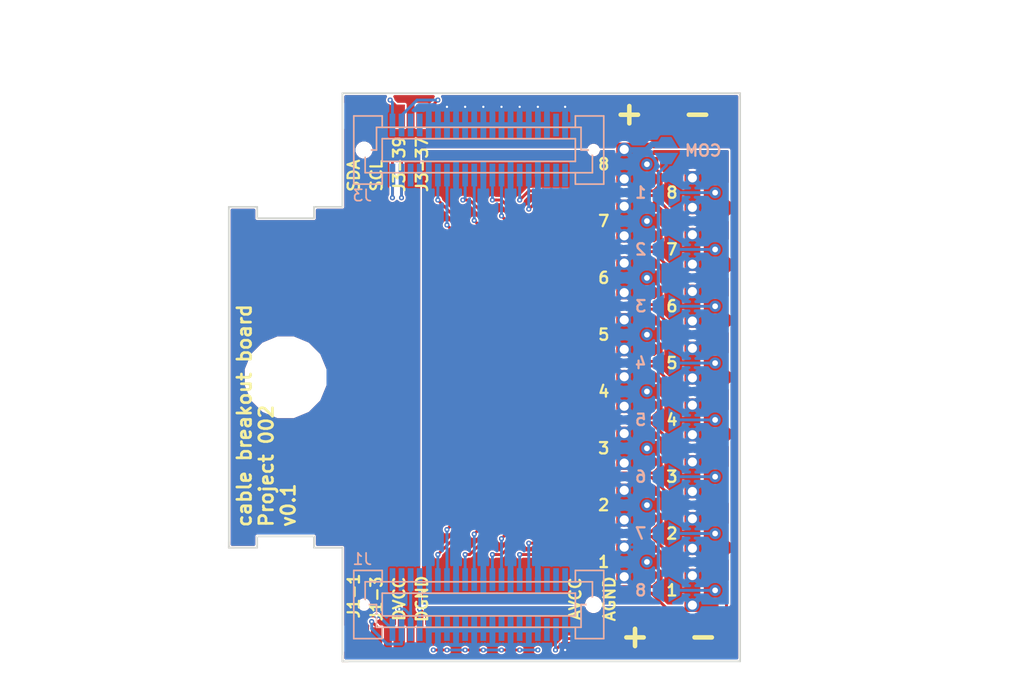
<source format=kicad_pcb>
(kicad_pcb (version 20171130) (host pcbnew "(5.0.1)")
  (layers (0 F.Cu signal) (31 B.Cu signal) (34 B.Paste user) (35 F.Paste user) (36 B.SilkS user) (37 F.SilkS user) (38 B.Mask user) (39 F.Mask user) (44 Edge.Cuts user))
  (net 0 "")
  (net 1 VDDA)
  (net 2 VSSA)
  (net 3 GNDD)
  (net 4 VDD)
  (net 5 /BIAS)
  (net 6 "Net-(J1-Pad35)")
  (net 7 "Net-(J1-Pad1)")
  (net 8 /SDA_PT)
  (net 9 "Net-(J1-Pad3)")
  (net 10 /SCL_PT)
  (net 11 "Net-(J3-Pad37)")
  (net 12 "Net-(J3-Pad39)")
  (net 13 "Net-(J3-Pad4)")
  (net 14 "Net-(J3-Pad6)")
  (net 15 "Net-(J1-Pad2)")
  (net 16 "Net-(J1-Pad4)")
  (net 17 "Net-(J1-Pad36)")
  (net 18 "Net-(J1-Pad38)")
  (net 19 "Net-(J3-Pad2)")
  (net 20 /4N)
  (net 21 /4P)
  (net 22 /3N)
  (net 23 /3P)
  (net 24 /2N)
  (net 25 /2P)
  (net 26 /1N)
  (net 27 /1P)
  (net 28 /8N)
  (net 29 /8P)
  (net 30 /7N)
  (net 31 /7P)
  (net 32 /6N)
  (net 33 /6P)
  (net 34 /5N)
  (net 35 /5P)
  (net 36 /NCOM)
  (net 37 "Net-(J1-Pad37)")
  (net 38 "Net-(J1-Pad40)")
  (net 39 "Net-(J3-Pad3)")
  (net 40 "Net-(J3-Pad33)")
  (net 41 "Net-(J3-Pad34)")
  (net 42 "Net-(J3-Pad35)")
  (net 43 "Net-(J3-Pad36)")
  (module Mounting_Holes:MountingHole_3.2mm_M3_ISO14580 (layer F.Cu) (at 115 115)
    (fp_text reference REF** hide)
    (fp_text value MountingHole_3.2mm_M3_ISO14580 hide)
    (pad "" np_thru_hole circle (at 0 0) (size 3.2 3.2) (drill 3.2) (layers *.Cu *.Mask) (clearance 2))
  )
  (module footprints:patch_pad (layer F.Cu) (at 123 138 90)
    (fp_text reference TP1 hide)
    (fp_text value TEST hide)
    (pad 1 smd rect (at 0 0 90) (size 2 1) (layers F.Cu F.Paste F.Mask) (net 9 "Net-(J1-Pad3)"))
  )
  (module footprints:patch_pad (layer F.Cu) (at 121 138 90)
    (fp_text reference TP2 hide)
    (fp_text value TEST hide)
    (pad 1 smd rect (at 0 0 90) (size 2 1) (layers F.Cu F.Paste F.Mask) (net 7 "Net-(J1-Pad1)"))
  )
  (module footprints:patch_pad (layer F.Cu) (at 127 138 90)
    (fp_text reference TP9 hide)
    (fp_text value TEST hide)
    (pad 1 smd rect (at 0 0 90) (size 2 1) (layers F.Cu F.Paste F.Mask) (net 3 GNDD))
  )
  (module footprints:patch_pad (layer F.Cu) (at 125 138 90)
    (fp_text reference TP10 hide)
    (fp_text value TEST hide)
    (pad 1 smd rect (at 0 0 90) (size 2 1) (layers F.Cu F.Paste F.Mask) (net 4 VDD))
  )
  (module footprints:bergstak_plug_2x20_male (layer B.Cu) (at 132 135)
    (fp_text reference J1 (at -10.25 -4) (layer B.SilkS) (effects (justify mirror)))
    (fp_text value "Bergstak 20P female 3.7mm" hide)
    (pad 1 smd rect (at -7.6 2.2 180) (size 0.5 2) (layers B.Cu B.Paste B.Mask) (net 7 "Net-(J1-Pad1)"))
    (pad 2 smd rect (at -7.594018 -2.2 180) (size 0.5 2) (layers B.Cu B.Paste B.Mask) (net 15 "Net-(J1-Pad2)"))
    (pad 3 smd rect (at -6.8 2.2 180) (size 0.5 2) (layers B.Cu B.Paste B.Mask) (net 9 "Net-(J1-Pad3)"))
    (pad 4 smd rect (at -6.8 -2.2 180) (size 0.5 2) (layers B.Cu B.Paste B.Mask) (net 16 "Net-(J1-Pad4)"))
    (pad 5 smd rect (at -6 2.2 180) (size 0.5 2) (layers B.Cu B.Paste B.Mask) (net 4 VDD))
    (pad 6 smd rect (at -5.994018 -2.2 180) (size 0.5 2) (layers B.Cu B.Paste B.Mask) (net 4 VDD))
    (pad 7 smd rect (at -5.2 2.2 180) (size 0.5 2) (layers B.Cu B.Paste B.Mask) (net 3 GNDD))
    (pad 8 smd rect (at -5.2 -2.2 180) (size 0.5 2) (layers B.Cu B.Paste B.Mask) (net 3 GNDD))
    (pad 9 smd rect (at -4.4 2.2 180) (size 0.5 2) (layers B.Cu B.Paste B.Mask) (net 2 VSSA))
    (pad 10 smd rect (at -4.394018 -2.2 180) (size 0.5 2) (layers B.Cu B.Paste B.Mask) (net 5 /BIAS))
    (pad 11 smd rect (at -3.6 2.2 180) (size 0.5 2) (layers B.Cu B.Paste B.Mask) (net 2 VSSA))
    (pad 12 smd rect (at -3.6 -2.2 180) (size 0.5 2) (layers B.Cu B.Paste B.Mask) (net 20 /4N))
    (pad 13 smd rect (at -2.8 2.2 180) (size 0.5 2) (layers B.Cu B.Paste B.Mask) (net 2 VSSA))
    (pad 14 smd rect (at -2.8 -2.2 180) (size 0.5 2) (layers B.Cu B.Paste B.Mask) (net 21 /4P))
    (pad 15 smd rect (at -2 2.2 180) (size 0.5 2) (layers B.Cu B.Paste B.Mask) (net 2 VSSA))
    (pad 16 smd rect (at -2 -2.2 180) (size 0.5 2) (layers B.Cu B.Paste B.Mask) (net 5 /BIAS))
    (pad 17 smd rect (at -1.2 2.2 180) (size 0.5 2) (layers B.Cu B.Paste B.Mask) (net 2 VSSA))
    (pad 18 smd rect (at -1.2 -2.2 180) (size 0.5 2) (layers B.Cu B.Paste B.Mask) (net 22 /3N))
    (pad 19 smd rect (at -0.4 2.2 180) (size 0.5 2) (layers B.Cu B.Paste B.Mask) (net 2 VSSA))
    (pad 20 smd rect (at -0.4 -2.2 180) (size 0.5 2) (layers B.Cu B.Paste B.Mask) (net 23 /3P))
    (pad 21 smd rect (at 0.4 2.2 180) (size 0.5 2) (layers B.Cu B.Paste B.Mask) (net 2 VSSA))
    (pad 22 smd rect (at 0.4 -2.2 180) (size 0.5 2) (layers B.Cu B.Paste B.Mask) (net 5 /BIAS))
    (pad 23 smd rect (at 1.2 2.2 180) (size 0.5 2) (layers B.Cu B.Paste B.Mask) (net 2 VSSA))
    (pad 24 smd rect (at 1.2 -2.2 180) (size 0.5 2) (layers B.Cu B.Paste B.Mask) (net 24 /2N))
    (pad 25 smd rect (at 2 2.2 180) (size 0.5 2) (layers B.Cu B.Paste B.Mask) (net 2 VSSA))
    (pad 26 smd rect (at 2 -2.2 180) (size 0.5 2) (layers B.Cu B.Paste B.Mask) (net 25 /2P))
    (pad 27 smd rect (at 2.8 2.2 180) (size 0.5 2) (layers B.Cu B.Paste B.Mask) (net 2 VSSA))
    (pad 28 smd rect (at 2.8 -2.2 180) (size 0.5 2) (layers B.Cu B.Paste B.Mask) (net 5 /BIAS))
    (pad 29 smd rect (at 3.6 2.2 180) (size 0.5 2) (layers B.Cu B.Paste B.Mask) (net 2 VSSA))
    (pad 30 smd rect (at 3.6 -2.2 180) (size 0.5 2) (layers B.Cu B.Paste B.Mask) (net 26 /1N))
    (pad 31 smd rect (at 4.4 2.2 180) (size 0.5 2) (layers B.Cu B.Paste B.Mask) (net 2 VSSA))
    (pad 32 smd rect (at 4.4 -2.2 180) (size 0.5 2) (layers B.Cu B.Paste B.Mask) (net 27 /1P))
    (pad 33 smd rect (at 5.2 2.2 180) (size 0.5 2) (layers B.Cu B.Paste B.Mask) (net 2 VSSA))
    (pad 34 smd rect (at 5.2 -2.2 180) (size 0.5 2) (layers B.Cu B.Paste B.Mask) (net 5 /BIAS))
    (pad 35 smd rect (at 6 2.2 180) (size 0.5 2) (layers B.Cu B.Paste B.Mask) (net 6 "Net-(J1-Pad35)"))
    (pad 36 smd rect (at 6 -2.2 180) (size 0.5 2) (layers B.Cu B.Paste B.Mask) (net 17 "Net-(J1-Pad36)"))
    (pad 37 smd rect (at 6.8 2.2 180) (size 0.5 2) (layers B.Cu B.Paste B.Mask) (net 37 "Net-(J1-Pad37)"))
    (pad 38 smd rect (at 6.8 -2.2 180) (size 0.5 2) (layers B.Cu B.Paste B.Mask) (net 18 "Net-(J1-Pad38)"))
    (pad 39 smd rect (at 7.6 2.2 180) (size 0.5 2) (layers B.Cu B.Paste B.Mask) (net 2 VSSA))
    (pad 40 smd rect (at 7.6 -2.2 180) (size 0.5 2) (layers B.Cu B.Paste B.Mask) (net 38 "Net-(J1-Pad40)"))
    (pad "" np_thru_hole circle (at 10.1 0) (size 1.2 1.2) (drill 1.2) (layers *.Cu *.Mask))
    (pad "" np_thru_hole circle (at -10.1 0) (size 0.8 0.8) (drill 0.8) (layers *.Cu *.Mask))
  )
  (module footprints:rg178_coax_solder_pad (layer F.Cu) (at 145 96.25 270)
    (fp_text reference J2 hide)
    (fp_text value Conn_Coaxial_Power hide)
    (pad 1 smd rect (at 0 -1.8 270) (size 1.3 2) (layers F.Cu F.Paste F.Mask) (net 29 /8P))
    (pad 2 smd rect (at 0 0.2) (size 1.4 2) (layers F.Cu F.Paste F.Mask) (net 5 /BIAS))
    (pad 2 thru_hole circle (at -1.3 0.2 270) (size 1.2 1.2) (drill 0.8) (layers *.Cu *.Mask) (net 5 /BIAS))
    (pad 2 smd rect (at 1.4 -0.6 90) (size 1 3) (layers F.Cu F.Paste F.Mask) (net 5 /BIAS))
    (pad 2 smd rect (at -1.4 -0.6 90) (size 1 3) (layers F.Cu F.Paste F.Mask) (net 5 /BIAS))
    (pad 2 thru_hole circle (at 1.3 0.2 270) (size 1.2 1.2) (drill 0.8) (layers *.Cu *.Mask) (net 5 /BIAS))
    (pad 1 thru_hole circle (at 0 -1.8 270) (size 1 1) (drill 0.5) (layers *.Cu *.Mask) (net 29 /8P))
  )
  (module footprints:bergstak_plug_2x20_male (layer B.Cu) (at 132 95 180)
    (fp_text reference J3 (at 10.25 -4 180) (layer B.SilkS) (effects (justify mirror)))
    (fp_text value Conn_02x20_Odd_Even hide)
    (pad 1 smd rect (at -7.6 2.2) (size 0.5 2) (layers B.Cu B.Paste B.Mask) (net 2 VSSA))
    (pad 2 smd rect (at -7.594018 -2.2) (size 0.5 2) (layers B.Cu B.Paste B.Mask) (net 19 "Net-(J3-Pad2)"))
    (pad 3 smd rect (at -6.8 2.2) (size 0.5 2) (layers B.Cu B.Paste B.Mask) (net 39 "Net-(J3-Pad3)"))
    (pad 4 smd rect (at -6.8 -2.2) (size 0.5 2) (layers B.Cu B.Paste B.Mask) (net 13 "Net-(J3-Pad4)"))
    (pad 5 smd rect (at -6 2.2) (size 0.5 2) (layers B.Cu B.Paste B.Mask) (net 2 VSSA))
    (pad 6 smd rect (at -5.994018 -2.2) (size 0.5 2) (layers B.Cu B.Paste B.Mask) (net 14 "Net-(J3-Pad6)"))
    (pad 7 smd rect (at -5.2 2.2) (size 0.5 2) (layers B.Cu B.Paste B.Mask) (net 2 VSSA))
    (pad 8 smd rect (at -5.2 -2.2) (size 0.5 2) (layers B.Cu B.Paste B.Mask) (net 5 /BIAS))
    (pad 9 smd rect (at -4.4 2.2) (size 0.5 2) (layers B.Cu B.Paste B.Mask) (net 2 VSSA))
    (pad 10 smd rect (at -4.394018 -2.2) (size 0.5 2) (layers B.Cu B.Paste B.Mask) (net 28 /8N))
    (pad 11 smd rect (at -3.6 2.2) (size 0.5 2) (layers B.Cu B.Paste B.Mask) (net 2 VSSA))
    (pad 12 smd rect (at -3.6 -2.2) (size 0.5 2) (layers B.Cu B.Paste B.Mask) (net 29 /8P))
    (pad 13 smd rect (at -2.8 2.2) (size 0.5 2) (layers B.Cu B.Paste B.Mask) (net 2 VSSA))
    (pad 14 smd rect (at -2.8 -2.2) (size 0.5 2) (layers B.Cu B.Paste B.Mask) (net 5 /BIAS))
    (pad 15 smd rect (at -2 2.2) (size 0.5 2) (layers B.Cu B.Paste B.Mask) (net 2 VSSA))
    (pad 16 smd rect (at -2 -2.2) (size 0.5 2) (layers B.Cu B.Paste B.Mask) (net 30 /7N))
    (pad 17 smd rect (at -1.2 2.2) (size 0.5 2) (layers B.Cu B.Paste B.Mask) (net 2 VSSA))
    (pad 18 smd rect (at -1.2 -2.2) (size 0.5 2) (layers B.Cu B.Paste B.Mask) (net 31 /7P))
    (pad 19 smd rect (at -0.4 2.2) (size 0.5 2) (layers B.Cu B.Paste B.Mask) (net 2 VSSA))
    (pad 20 smd rect (at -0.4 -2.2) (size 0.5 2) (layers B.Cu B.Paste B.Mask) (net 5 /BIAS))
    (pad 21 smd rect (at 0.4 2.2) (size 0.5 2) (layers B.Cu B.Paste B.Mask) (net 2 VSSA))
    (pad 22 smd rect (at 0.4 -2.2) (size 0.5 2) (layers B.Cu B.Paste B.Mask) (net 32 /6N))
    (pad 23 smd rect (at 1.2 2.2) (size 0.5 2) (layers B.Cu B.Paste B.Mask) (net 2 VSSA))
    (pad 24 smd rect (at 1.2 -2.2) (size 0.5 2) (layers B.Cu B.Paste B.Mask) (net 33 /6P))
    (pad 25 smd rect (at 2 2.2) (size 0.5 2) (layers B.Cu B.Paste B.Mask) (net 2 VSSA))
    (pad 26 smd rect (at 2 -2.2) (size 0.5 2) (layers B.Cu B.Paste B.Mask) (net 5 /BIAS))
    (pad 27 smd rect (at 2.8 2.2) (size 0.5 2) (layers B.Cu B.Paste B.Mask) (net 2 VSSA))
    (pad 28 smd rect (at 2.8 -2.2) (size 0.5 2) (layers B.Cu B.Paste B.Mask) (net 34 /5N))
    (pad 29 smd rect (at 3.6 2.2) (size 0.5 2) (layers B.Cu B.Paste B.Mask) (net 2 VSSA))
    (pad 30 smd rect (at 3.6 -2.2) (size 0.5 2) (layers B.Cu B.Paste B.Mask) (net 35 /5P))
    (pad 31 smd rect (at 4.4 2.2) (size 0.5 2) (layers B.Cu B.Paste B.Mask) (net 2 VSSA))
    (pad 32 smd rect (at 4.4 -2.2) (size 0.5 2) (layers B.Cu B.Paste B.Mask) (net 5 /BIAS))
    (pad 33 smd rect (at 5.2 2.2) (size 0.5 2) (layers B.Cu B.Paste B.Mask) (net 40 "Net-(J3-Pad33)"))
    (pad 34 smd rect (at 5.2 -2.2) (size 0.5 2) (layers B.Cu B.Paste B.Mask) (net 41 "Net-(J3-Pad34)"))
    (pad 35 smd rect (at 6 2.2) (size 0.5 2) (layers B.Cu B.Paste B.Mask) (net 42 "Net-(J3-Pad35)"))
    (pad 36 smd rect (at 6 -2.2) (size 0.5 2) (layers B.Cu B.Paste B.Mask) (net 43 "Net-(J3-Pad36)"))
    (pad 37 smd rect (at 6.8 2.2) (size 0.5 2) (layers B.Cu B.Paste B.Mask) (net 11 "Net-(J3-Pad37)"))
    (pad 38 smd rect (at 6.8 -2.2) (size 0.5 2) (layers B.Cu B.Paste B.Mask) (net 10 /SCL_PT))
    (pad 39 smd rect (at 7.6 2.2) (size 0.5 2) (layers B.Cu B.Paste B.Mask) (net 12 "Net-(J3-Pad39)"))
    (pad 40 smd rect (at 7.6 -2.2) (size 0.5 2) (layers B.Cu B.Paste B.Mask) (net 8 /SDA_PT))
    (pad "" np_thru_hole circle (at 10.1 0 180) (size 1.2 1.2) (drill 1.2) (layers *.Cu *.Mask))
    (pad "" np_thru_hole circle (at -10.1 0 180) (size 0.8 0.8) (drill 0.8) (layers *.Cu *.Mask))
  )
  (module footprints:rg178_coax_solder_pad (layer F.Cu) (at 151 98.75 270)
    (fp_text reference J4 hide)
    (fp_text value Conn_Coaxial_Power hide)
    (pad 1 smd rect (at 0 -1.8 270) (size 1.3 2) (layers F.Cu F.Paste F.Mask) (net 28 /8N))
    (pad 2 smd rect (at 0 0.2) (size 1.4 2) (layers F.Cu F.Paste F.Mask) (net 5 /BIAS))
    (pad 2 thru_hole circle (at -1.3 0.2 270) (size 1.2 1.2) (drill 0.8) (layers *.Cu *.Mask) (net 5 /BIAS))
    (pad 2 smd rect (at 1.4 -0.6 90) (size 1 3) (layers F.Cu F.Paste F.Mask) (net 5 /BIAS))
    (pad 2 smd rect (at -1.4 -0.6 90) (size 1 3) (layers F.Cu F.Paste F.Mask) (net 5 /BIAS))
    (pad 2 thru_hole circle (at 1.3 0.2 270) (size 1.2 1.2) (drill 0.8) (layers *.Cu *.Mask) (net 5 /BIAS))
    (pad 1 thru_hole circle (at 0 -1.8 270) (size 1 1) (drill 0.5) (layers *.Cu *.Mask) (net 28 /8N))
  )
  (module footprints:rg178_coax_solder_pad (layer F.Cu) (at 145 101.25 270)
    (fp_text reference J5 hide)
    (fp_text value Conn_Coaxial_Power hide)
    (pad 1 smd rect (at 0 -1.8 270) (size 1.3 2) (layers F.Cu F.Paste F.Mask) (net 31 /7P))
    (pad 2 smd rect (at 0 0.2) (size 1.4 2) (layers F.Cu F.Paste F.Mask) (net 5 /BIAS))
    (pad 2 thru_hole circle (at -1.3 0.2 270) (size 1.2 1.2) (drill 0.8) (layers *.Cu *.Mask) (net 5 /BIAS))
    (pad 2 smd rect (at 1.4 -0.6 90) (size 1 3) (layers F.Cu F.Paste F.Mask) (net 5 /BIAS))
    (pad 2 smd rect (at -1.4 -0.6 90) (size 1 3) (layers F.Cu F.Paste F.Mask) (net 5 /BIAS))
    (pad 2 thru_hole circle (at 1.3 0.2 270) (size 1.2 1.2) (drill 0.8) (layers *.Cu *.Mask) (net 5 /BIAS))
    (pad 1 thru_hole circle (at 0 -1.8 270) (size 1 1) (drill 0.5) (layers *.Cu *.Mask) (net 31 /7P))
  )
  (module footprints:rg178_coax_solder_pad (layer F.Cu) (at 151 103.75 270)
    (fp_text reference J6 hide)
    (fp_text value Conn_Coaxial_Power hide)
    (pad 1 smd rect (at 0 -1.8 270) (size 1.3 2) (layers F.Cu F.Paste F.Mask) (net 30 /7N))
    (pad 2 smd rect (at 0 0.2) (size 1.4 2) (layers F.Cu F.Paste F.Mask) (net 5 /BIAS))
    (pad 2 thru_hole circle (at -1.3 0.2 270) (size 1.2 1.2) (drill 0.8) (layers *.Cu *.Mask) (net 5 /BIAS))
    (pad 2 smd rect (at 1.4 -0.6 90) (size 1 3) (layers F.Cu F.Paste F.Mask) (net 5 /BIAS))
    (pad 2 smd rect (at -1.4 -0.6 90) (size 1 3) (layers F.Cu F.Paste F.Mask) (net 5 /BIAS))
    (pad 2 thru_hole circle (at 1.3 0.2 270) (size 1.2 1.2) (drill 0.8) (layers *.Cu *.Mask) (net 5 /BIAS))
    (pad 1 thru_hole circle (at 0 -1.8 270) (size 1 1) (drill 0.5) (layers *.Cu *.Mask) (net 30 /7N))
  )
  (module footprints:rg178_coax_solder_pad (layer F.Cu) (at 145 106.25 270)
    (fp_text reference J7 hide)
    (fp_text value Conn_Coaxial_Power hide)
    (pad 1 smd rect (at 0 -1.8 270) (size 1.3 2) (layers F.Cu F.Paste F.Mask) (net 33 /6P))
    (pad 2 smd rect (at 0 0.2) (size 1.4 2) (layers F.Cu F.Paste F.Mask) (net 5 /BIAS))
    (pad 2 thru_hole circle (at -1.3 0.2 270) (size 1.2 1.2) (drill 0.8) (layers *.Cu *.Mask) (net 5 /BIAS))
    (pad 2 smd rect (at 1.4 -0.6 90) (size 1 3) (layers F.Cu F.Paste F.Mask) (net 5 /BIAS))
    (pad 2 smd rect (at -1.4 -0.6 90) (size 1 3) (layers F.Cu F.Paste F.Mask) (net 5 /BIAS))
    (pad 2 thru_hole circle (at 1.3 0.2 270) (size 1.2 1.2) (drill 0.8) (layers *.Cu *.Mask) (net 5 /BIAS))
    (pad 1 thru_hole circle (at 0 -1.8 270) (size 1 1) (drill 0.5) (layers *.Cu *.Mask) (net 33 /6P))
  )
  (module footprints:rg178_coax_solder_pad (layer F.Cu) (at 151 108.75 270)
    (fp_text reference J8 hide)
    (fp_text value Conn_Coaxial_Power hide)
    (pad 1 smd rect (at 0 -1.8 270) (size 1.3 2) (layers F.Cu F.Paste F.Mask) (net 32 /6N))
    (pad 2 smd rect (at 0 0.2) (size 1.4 2) (layers F.Cu F.Paste F.Mask) (net 5 /BIAS))
    (pad 2 thru_hole circle (at -1.3 0.2 270) (size 1.2 1.2) (drill 0.8) (layers *.Cu *.Mask) (net 5 /BIAS))
    (pad 2 smd rect (at 1.4 -0.6 90) (size 1 3) (layers F.Cu F.Paste F.Mask) (net 5 /BIAS))
    (pad 2 smd rect (at -1.4 -0.6 90) (size 1 3) (layers F.Cu F.Paste F.Mask) (net 5 /BIAS))
    (pad 2 thru_hole circle (at 1.3 0.2 270) (size 1.2 1.2) (drill 0.8) (layers *.Cu *.Mask) (net 5 /BIAS))
    (pad 1 thru_hole circle (at 0 -1.8 270) (size 1 1) (drill 0.5) (layers *.Cu *.Mask) (net 32 /6N))
  )
  (module footprints:rg178_coax_solder_pad (layer F.Cu) (at 145 111.25 270)
    (fp_text reference J9 hide)
    (fp_text value Conn_Coaxial_Power hide)
    (pad 1 smd rect (at 0 -1.8 270) (size 1.3 2) (layers F.Cu F.Paste F.Mask) (net 35 /5P))
    (pad 2 smd rect (at 0 0.2) (size 1.4 2) (layers F.Cu F.Paste F.Mask) (net 5 /BIAS))
    (pad 2 thru_hole circle (at -1.3 0.2 270) (size 1.2 1.2) (drill 0.8) (layers *.Cu *.Mask) (net 5 /BIAS))
    (pad 2 smd rect (at 1.4 -0.6 90) (size 1 3) (layers F.Cu F.Paste F.Mask) (net 5 /BIAS))
    (pad 2 smd rect (at -1.4 -0.6 90) (size 1 3) (layers F.Cu F.Paste F.Mask) (net 5 /BIAS))
    (pad 2 thru_hole circle (at 1.3 0.2 270) (size 1.2 1.2) (drill 0.8) (layers *.Cu *.Mask) (net 5 /BIAS))
    (pad 1 thru_hole circle (at 0 -1.8 270) (size 1 1) (drill 0.5) (layers *.Cu *.Mask) (net 35 /5P))
  )
  (module footprints:rg178_coax_solder_pad (layer F.Cu) (at 151 113.75 270)
    (fp_text reference J10 hide)
    (fp_text value Conn_Coaxial_Power hide)
    (pad 1 smd rect (at 0 -1.8 270) (size 1.3 2) (layers F.Cu F.Paste F.Mask) (net 34 /5N))
    (pad 2 smd rect (at 0 0.2) (size 1.4 2) (layers F.Cu F.Paste F.Mask) (net 5 /BIAS))
    (pad 2 thru_hole circle (at -1.3 0.2 270) (size 1.2 1.2) (drill 0.8) (layers *.Cu *.Mask) (net 5 /BIAS))
    (pad 2 smd rect (at 1.4 -0.6 90) (size 1 3) (layers F.Cu F.Paste F.Mask) (net 5 /BIAS))
    (pad 2 smd rect (at -1.4 -0.6 90) (size 1 3) (layers F.Cu F.Paste F.Mask) (net 5 /BIAS))
    (pad 2 thru_hole circle (at 1.3 0.2 270) (size 1.2 1.2) (drill 0.8) (layers *.Cu *.Mask) (net 5 /BIAS))
    (pad 1 thru_hole circle (at 0 -1.8 270) (size 1 1) (drill 0.5) (layers *.Cu *.Mask) (net 34 /5N))
  )
  (module footprints:rg178_coax_solder_pad (layer F.Cu) (at 145 116.25 270)
    (fp_text reference J11 hide)
    (fp_text value Conn_Coaxial_Power hide)
    (pad 1 smd rect (at 0 -1.8 270) (size 1.3 2) (layers F.Cu F.Paste F.Mask) (net 21 /4P))
    (pad 2 smd rect (at 0 0.2) (size 1.4 2) (layers F.Cu F.Paste F.Mask) (net 5 /BIAS))
    (pad 2 thru_hole circle (at -1.3 0.2 270) (size 1.2 1.2) (drill 0.8) (layers *.Cu *.Mask) (net 5 /BIAS))
    (pad 2 smd rect (at 1.4 -0.6 90) (size 1 3) (layers F.Cu F.Paste F.Mask) (net 5 /BIAS))
    (pad 2 smd rect (at -1.4 -0.6 90) (size 1 3) (layers F.Cu F.Paste F.Mask) (net 5 /BIAS))
    (pad 2 thru_hole circle (at 1.3 0.2 270) (size 1.2 1.2) (drill 0.8) (layers *.Cu *.Mask) (net 5 /BIAS))
    (pad 1 thru_hole circle (at 0 -1.8 270) (size 1 1) (drill 0.5) (layers *.Cu *.Mask) (net 21 /4P))
  )
  (module footprints:rg178_coax_solder_pad (layer F.Cu) (at 151 118.75 270)
    (fp_text reference J12 hide)
    (fp_text value Conn_Coaxial_Power hide)
    (pad 1 smd rect (at 0 -1.8 270) (size 1.3 2) (layers F.Cu F.Paste F.Mask) (net 20 /4N))
    (pad 2 smd rect (at 0 0.2) (size 1.4 2) (layers F.Cu F.Paste F.Mask) (net 5 /BIAS))
    (pad 2 thru_hole circle (at -1.3 0.2 270) (size 1.2 1.2) (drill 0.8) (layers *.Cu *.Mask) (net 5 /BIAS))
    (pad 2 smd rect (at 1.4 -0.6 90) (size 1 3) (layers F.Cu F.Paste F.Mask) (net 5 /BIAS))
    (pad 2 smd rect (at -1.4 -0.6 90) (size 1 3) (layers F.Cu F.Paste F.Mask) (net 5 /BIAS))
    (pad 2 thru_hole circle (at 1.3 0.2 270) (size 1.2 1.2) (drill 0.8) (layers *.Cu *.Mask) (net 5 /BIAS))
    (pad 1 thru_hole circle (at 0 -1.8 270) (size 1 1) (drill 0.5) (layers *.Cu *.Mask) (net 20 /4N))
  )
  (module footprints:rg178_coax_solder_pad (layer F.Cu) (at 145 121.25 270)
    (fp_text reference J13 hide)
    (fp_text value Conn_Coaxial_Power hide)
    (pad 1 smd rect (at 0 -1.8 270) (size 1.3 2) (layers F.Cu F.Paste F.Mask) (net 23 /3P))
    (pad 2 smd rect (at 0 0.2) (size 1.4 2) (layers F.Cu F.Paste F.Mask) (net 5 /BIAS))
    (pad 2 thru_hole circle (at -1.3 0.2 270) (size 1.2 1.2) (drill 0.8) (layers *.Cu *.Mask) (net 5 /BIAS))
    (pad 2 smd rect (at 1.4 -0.6 90) (size 1 3) (layers F.Cu F.Paste F.Mask) (net 5 /BIAS))
    (pad 2 smd rect (at -1.4 -0.6 90) (size 1 3) (layers F.Cu F.Paste F.Mask) (net 5 /BIAS))
    (pad 2 thru_hole circle (at 1.3 0.2 270) (size 1.2 1.2) (drill 0.8) (layers *.Cu *.Mask) (net 5 /BIAS))
    (pad 1 thru_hole circle (at 0 -1.8 270) (size 1 1) (drill 0.5) (layers *.Cu *.Mask) (net 23 /3P))
  )
  (module footprints:rg178_coax_solder_pad (layer F.Cu) (at 151 123.75 270)
    (fp_text reference J14 hide)
    (fp_text value Conn_Coaxial_Power hide)
    (pad 1 smd rect (at 0 -1.8 270) (size 1.3 2) (layers F.Cu F.Paste F.Mask) (net 22 /3N))
    (pad 2 smd rect (at 0 0.2) (size 1.4 2) (layers F.Cu F.Paste F.Mask) (net 5 /BIAS))
    (pad 2 thru_hole circle (at -1.3 0.2 270) (size 1.2 1.2) (drill 0.8) (layers *.Cu *.Mask) (net 5 /BIAS))
    (pad 2 smd rect (at 1.4 -0.6 90) (size 1 3) (layers F.Cu F.Paste F.Mask) (net 5 /BIAS))
    (pad 2 smd rect (at -1.4 -0.6 90) (size 1 3) (layers F.Cu F.Paste F.Mask) (net 5 /BIAS))
    (pad 2 thru_hole circle (at 1.3 0.2 270) (size 1.2 1.2) (drill 0.8) (layers *.Cu *.Mask) (net 5 /BIAS))
    (pad 1 thru_hole circle (at 0 -1.8 270) (size 1 1) (drill 0.5) (layers *.Cu *.Mask) (net 22 /3N))
  )
  (module footprints:rg178_coax_solder_pad (layer F.Cu) (at 145 126.25 270)
    (fp_text reference J15 hide)
    (fp_text value Conn_Coaxial_Power hide)
    (pad 1 smd rect (at 0 -1.8 270) (size 1.3 2) (layers F.Cu F.Paste F.Mask) (net 25 /2P))
    (pad 2 smd rect (at 0 0.2) (size 1.4 2) (layers F.Cu F.Paste F.Mask) (net 5 /BIAS))
    (pad 2 thru_hole circle (at -1.3 0.2 270) (size 1.2 1.2) (drill 0.8) (layers *.Cu *.Mask) (net 5 /BIAS))
    (pad 2 smd rect (at 1.4 -0.6 90) (size 1 3) (layers F.Cu F.Paste F.Mask) (net 5 /BIAS))
    (pad 2 smd rect (at -1.4 -0.6 90) (size 1 3) (layers F.Cu F.Paste F.Mask) (net 5 /BIAS))
    (pad 2 thru_hole circle (at 1.3 0.2 270) (size 1.2 1.2) (drill 0.8) (layers *.Cu *.Mask) (net 5 /BIAS))
    (pad 1 thru_hole circle (at 0 -1.8 270) (size 1 1) (drill 0.5) (layers *.Cu *.Mask) (net 25 /2P))
  )
  (module footprints:rg178_coax_solder_pad (layer F.Cu) (at 151 128.75 270)
    (fp_text reference J16 hide)
    (fp_text value Conn_Coaxial_Power hide)
    (pad 1 smd rect (at 0 -1.8 270) (size 1.3 2) (layers F.Cu F.Paste F.Mask) (net 24 /2N))
    (pad 2 smd rect (at 0 0.2) (size 1.4 2) (layers F.Cu F.Paste F.Mask) (net 5 /BIAS))
    (pad 2 thru_hole circle (at -1.3 0.2 270) (size 1.2 1.2) (drill 0.8) (layers *.Cu *.Mask) (net 5 /BIAS))
    (pad 2 smd rect (at 1.4 -0.6 90) (size 1 3) (layers F.Cu F.Paste F.Mask) (net 5 /BIAS))
    (pad 2 smd rect (at -1.4 -0.6 90) (size 1 3) (layers F.Cu F.Paste F.Mask) (net 5 /BIAS))
    (pad 2 thru_hole circle (at 1.3 0.2 270) (size 1.2 1.2) (drill 0.8) (layers *.Cu *.Mask) (net 5 /BIAS))
    (pad 1 thru_hole circle (at 0 -1.8 270) (size 1 1) (drill 0.5) (layers *.Cu *.Mask) (net 24 /2N))
  )
  (module footprints:rg178_coax_solder_pad (layer F.Cu) (at 145 131.25 270)
    (fp_text reference J17 hide)
    (fp_text value Conn_Coaxial_Power hide)
    (pad 1 smd rect (at 0 -1.8 270) (size 1.3 2) (layers F.Cu F.Paste F.Mask) (net 27 /1P))
    (pad 2 smd rect (at 0 0.2) (size 1.4 2) (layers F.Cu F.Paste F.Mask) (net 5 /BIAS))
    (pad 2 thru_hole circle (at -1.3 0.2 270) (size 1.2 1.2) (drill 0.8) (layers *.Cu *.Mask) (net 5 /BIAS))
    (pad 2 smd rect (at 1.4 -0.6 90) (size 1 3) (layers F.Cu F.Paste F.Mask) (net 5 /BIAS))
    (pad 2 smd rect (at -1.4 -0.6 90) (size 1 3) (layers F.Cu F.Paste F.Mask) (net 5 /BIAS))
    (pad 2 thru_hole circle (at 1.3 0.2 270) (size 1.2 1.2) (drill 0.8) (layers *.Cu *.Mask) (net 5 /BIAS))
    (pad 1 thru_hole circle (at 0 -1.8 270) (size 1 1) (drill 0.5) (layers *.Cu *.Mask) (net 27 /1P))
  )
  (module footprints:rg178_coax_solder_pad (layer F.Cu) (at 151 133.75 270)
    (fp_text reference J18 hide)
    (fp_text value Conn_Coaxial_Power hide)
    (pad 1 smd rect (at 0 -1.8 270) (size 1.3 2) (layers F.Cu F.Paste F.Mask) (net 26 /1N))
    (pad 2 smd rect (at 0 0.2) (size 1.4 2) (layers F.Cu F.Paste F.Mask) (net 5 /BIAS))
    (pad 2 thru_hole circle (at -1.3 0.2 270) (size 1.2 1.2) (drill 0.8) (layers *.Cu *.Mask) (net 5 /BIAS))
    (pad 2 smd rect (at 1.4 -0.6 90) (size 1 3) (layers F.Cu F.Paste F.Mask) (net 5 /BIAS))
    (pad 2 smd rect (at -1.4 -0.6 90) (size 1 3) (layers F.Cu F.Paste F.Mask) (net 5 /BIAS))
    (pad 2 thru_hole circle (at 1.3 0.2 270) (size 1.2 1.2) (drill 0.8) (layers *.Cu *.Mask) (net 5 /BIAS))
    (pad 1 thru_hole circle (at 0 -1.8 270) (size 1 1) (drill 0.5) (layers *.Cu *.Mask) (net 26 /1N))
  )
  (module footprints:solder_jumper_2pin (layer B.Cu) (at 148.5 99 180)
    (fp_text reference JP1 hide)
    (fp_text value Jumper_NC_Small hide)
    (pad 1 smd trapezoid (at -0.7 0 90) (size 1.5 1) (rect_delta 0 -0.6) (layers B.Cu B.Paste B.Mask) (net 28 /8N))
    (pad 2 smd trapezoid (at 0.7 0 270) (size 1.5 1) (rect_delta 0 -0.6) (layers B.Cu B.Paste B.Mask) (net 36 /NCOM))
  )
  (module footprints:solder_jumper_2pin (layer B.Cu) (at 148.5 103.75 180)
    (fp_text reference JP2 hide)
    (fp_text value Jumper_NC_Small hide)
    (pad 1 smd trapezoid (at -0.7 0 90) (size 1.5 1) (rect_delta 0 -0.6) (layers B.Cu B.Paste B.Mask) (net 30 /7N))
    (pad 2 smd trapezoid (at 0.7 0 270) (size 1.5 1) (rect_delta 0 -0.6) (layers B.Cu B.Paste B.Mask) (net 36 /NCOM))
  )
  (module footprints:solder_jumper_2pin (layer B.Cu) (at 148.5 108.75 180)
    (fp_text reference JP3 hide)
    (fp_text value Jumper_NC_Small hide)
    (pad 1 smd trapezoid (at -0.7 0 90) (size 1.5 1) (rect_delta 0 -0.6) (layers B.Cu B.Paste B.Mask) (net 32 /6N))
    (pad 2 smd trapezoid (at 0.7 0 270) (size 1.5 1) (rect_delta 0 -0.6) (layers B.Cu B.Paste B.Mask) (net 36 /NCOM))
  )
  (module footprints:solder_jumper_2pin (layer B.Cu) (at 148.5 113.75 180)
    (fp_text reference JP4 hide)
    (fp_text value Jumper_NC_Small hide)
    (pad 1 smd trapezoid (at -0.7 0 90) (size 1.5 1) (rect_delta 0 -0.6) (layers B.Cu B.Paste B.Mask) (net 34 /5N))
    (pad 2 smd trapezoid (at 0.7 0 270) (size 1.5 1) (rect_delta 0 -0.6) (layers B.Cu B.Paste B.Mask) (net 36 /NCOM))
  )
  (module footprints:solder_jumper_2pin (layer B.Cu) (at 148.5 95.05 90)
    (fp_text reference JP5 hide)
    (fp_text value Jumper_NC_Small hide)
    (pad 1 smd trapezoid (at -0.7 0) (size 1.5 1) (rect_delta 0 -0.6) (layers B.Cu B.Paste B.Mask) (net 36 /NCOM))
    (pad 2 smd trapezoid (at 0.7 0 180) (size 1.5 1) (rect_delta 0 -0.6) (layers B.Cu B.Paste B.Mask) (net 5 /BIAS))
  )
  (module footprints:solder_jumper_2pin (layer B.Cu) (at 148.5 133.75 180)
    (fp_text reference JP6 hide)
    (fp_text value Jumper_NC_Small hide)
    (pad 1 smd trapezoid (at -0.7 0 90) (size 1.5 1) (rect_delta 0 -0.6) (layers B.Cu B.Paste B.Mask) (net 26 /1N))
    (pad 2 smd trapezoid (at 0.7 0 270) (size 1.5 1) (rect_delta 0 -0.6) (layers B.Cu B.Paste B.Mask) (net 36 /NCOM))
  )
  (module footprints:solder_jumper_2pin (layer B.Cu) (at 148.5 128.75 180)
    (fp_text reference JP7 hide)
    (fp_text value Jumper_NC_Small hide)
    (pad 1 smd trapezoid (at -0.7 0 90) (size 1.5 1) (rect_delta 0 -0.6) (layers B.Cu B.Paste B.Mask) (net 24 /2N))
    (pad 2 smd trapezoid (at 0.7 0 270) (size 1.5 1) (rect_delta 0 -0.6) (layers B.Cu B.Paste B.Mask) (net 36 /NCOM))
  )
  (module footprints:solder_jumper_2pin (layer B.Cu) (at 148.5 123.75 180)
    (fp_text reference JP8 hide)
    (fp_text value Jumper_NC_Small hide)
    (pad 1 smd trapezoid (at -0.7 0 90) (size 1.5 1) (rect_delta 0 -0.6) (layers B.Cu B.Paste B.Mask) (net 22 /3N))
    (pad 2 smd trapezoid (at 0.7 0 270) (size 1.5 1) (rect_delta 0 -0.6) (layers B.Cu B.Paste B.Mask) (net 36 /NCOM))
  )
  (module footprints:solder_jumper_2pin (layer B.Cu) (at 148.5 118.75 180)
    (fp_text reference JP9 hide)
    (fp_text value Jumper_NC_Small hide)
    (pad 1 smd trapezoid (at -0.7 0 90) (size 1.5 1) (rect_delta 0 -0.6) (layers B.Cu B.Paste B.Mask) (net 20 /4N))
    (pad 2 smd trapezoid (at 0.7 0 270) (size 1.5 1) (rect_delta 0 -0.6) (layers B.Cu B.Paste B.Mask) (net 36 /NCOM))
  )
  (module footprints:patch_pad (layer F.Cu) (at 125 92 90)
    (fp_text reference TP3 hide)
    (fp_text value TEST hide)
    (pad 1 smd rect (at 0 0 90) (size 2 1) (layers F.Cu F.Paste F.Mask) (net 12 "Net-(J3-Pad39)"))
  )
  (module footprints:patch_pad (layer F.Cu) (at 127 92 90)
    (fp_text reference TP4 hide)
    (fp_text value TEST hide)
    (pad 1 smd rect (at 0 0 90) (size 2 1) (layers F.Cu F.Paste F.Mask) (net 11 "Net-(J3-Pad37)"))
  )
  (module footprints:patch_pad (layer F.Cu) (at 121 92 90)
    (fp_text reference TP5 hide)
    (fp_text value TEST hide)
    (pad 1 smd rect (at 0 0 90) (size 2 1) (layers F.Cu F.Paste F.Mask) (net 8 /SDA_PT))
  )
  (module footprints:patch_pad (layer F.Cu) (at 123 92 90)
    (fp_text reference TP6 hide)
    (fp_text value TEST hide)
    (pad 1 smd rect (at 0 0 90) (size 2 1) (layers F.Cu F.Paste F.Mask) (net 10 /SCL_PT))
  )
  (module footprints:patch_pad (layer F.Cu) (at 141 138 90)
    (fp_text reference TP7 hide)
    (fp_text value TEST hide)
    (pad 1 smd rect (at 0 0 90) (size 2 1) (layers F.Cu F.Paste F.Mask) (net 37 "Net-(J1-Pad37)"))
  )
  (module footprints:patch_pad (layer F.Cu) (at 143 138 90)
    (fp_text reference TP8 hide)
    (fp_text value TEST hide)
    (pad 1 smd rect (at 0 0 90) (size 2 1) (layers F.Cu F.Paste F.Mask) (net 2 VSSA))
  )
  (gr_text "cable breakout board\nProject 002\nv0.1" (at 113.3 128.3 90) (layer F.SilkS) (effects (font (size 1.2 1.2) (thickness 0.24)) (justify left)))
  (gr_text COM (at 151.75 95.05) (layer B.SilkS) (effects (font (size 1 1) (thickness 0.2)) (justify mirror)))
  (gr_text 8 (at 146.25 133.748466) (layer B.SilkS) (effects (font (size 1 1) (thickness 0.2)) (justify mirror)))
  (gr_text 7 (at 146.25 128.748466) (layer B.SilkS) (effects (font (size 1 1) (thickness 0.2)) (justify mirror)))
  (gr_text 6 (at 146.25 123.748466) (layer B.SilkS) (effects (font (size 1 1) (thickness 0.2)) (justify mirror)))
  (gr_text 5 (at 146.25 118.748466) (layer B.SilkS) (effects (font (size 1 1) (thickness 0.2)) (justify mirror)))
  (gr_text 4 (at 146.25 113.748466) (layer B.SilkS) (effects (font (size 1 1) (thickness 0.2)) (justify mirror)))
  (gr_text 3 (at 146.25 108.748466) (layer B.SilkS) (effects (font (size 1 1) (thickness 0.2)) (justify mirror)))
  (gr_text 2 (at 146.25 103.748466) (layer B.SilkS) (effects (font (size 1 1) (thickness 0.2)) (justify mirror)))
  (gr_text 1 (at 146.25 98.748466) (layer B.SilkS) (effects (font (size 1 1) (thickness 0.2)) (justify mirror)))
  (gr_text + (at 145.25 91.75) (layer F.SilkS) (effects (font (size 2 2) (thickness 0.4))))
  (gr_text - (at 151.25 91.75) (layer F.SilkS) (effects (font (size 2 2) (thickness 0.4))))
  (gr_text - (at 151.75 137.75) (layer F.SilkS) (effects (font (size 2 2) (thickness 0.4))))
  (gr_text + (at 145.75 137.75) (layer F.SilkS) (effects (font (size 2 2) (thickness 0.4))))
  (gr_text 8 (at 143 96.25) (layer F.SilkS) (effects (font (size 1 1) (thickness 0.2))))
  (gr_text 8 (at 149 98.75) (layer F.SilkS) (effects (font (size 1 1) (thickness 0.2))))
  (gr_text 7 (at 149 103.75) (layer F.SilkS) (effects (font (size 1 1) (thickness 0.2))))
  (gr_text 7 (at 143 101.25) (layer F.SilkS) (effects (font (size 1 1) (thickness 0.2))))
  (gr_text 6 (at 143 106.25) (layer F.SilkS) (effects (font (size 1 1) (thickness 0.2))))
  (gr_text 5 (at 143 111.25) (layer F.SilkS) (effects (font (size 1 1) (thickness 0.2))))
  (gr_text 6 (at 149 108.75) (layer F.SilkS) (effects (font (size 1 1) (thickness 0.2))))
  (gr_text 5 (at 149 113.75) (layer F.SilkS) (effects (font (size 1 1) (thickness 0.2))))
  (gr_text 4 (at 143 116.25) (layer F.SilkS) (effects (font (size 1 1) (thickness 0.2))))
  (gr_text 4 (at 149 118.75) (layer F.SilkS) (effects (font (size 1 1) (thickness 0.2))))
  (gr_text 3 (at 149 123.75) (layer F.SilkS) (effects (font (size 1 1) (thickness 0.2))))
  (gr_text 3 (at 143 121.25) (layer F.SilkS) (effects (font (size 1 1) (thickness 0.2))))
  (gr_text 2 (at 143 126.25) (layer F.SilkS) (effects (font (size 1 1) (thickness 0.2))))
  (gr_text 2 (at 149 128.75) (layer F.SilkS) (effects (font (size 1 1) (thickness 0.2))))
  (gr_text 1 (at 149 133.75) (layer F.SilkS) (effects (font (size 1 1) (thickness 0.2))))
  (gr_text 1 (at 143 131.25) (layer F.SilkS) (effects (font (size 1 1) (thickness 0.2))))
  (gr_text AGND (at 143.5 134.5 90) (layer F.SilkS) (effects (font (size 1 1) (thickness 0.2))))
  (gr_text AVCC (at 140.5 134.5 90) (layer F.SilkS) (effects (font (size 1 1) (thickness 0.2))))
  (gr_text J1-1 (at 121 134.25 90) (layer F.SilkS) (effects (font (size 1 1) (thickness 0.2))))
  (gr_text J1-3 (at 123 134.5 90) (layer F.SilkS) (effects (font (size 1 1) (thickness 0.2))))
  (gr_text DGND (at 127 134.5 90) (layer F.SilkS) (effects (font (size 1 1) (thickness 0.2))))
  (gr_text DVCC (at 125 134.5 90) (layer F.SilkS) (effects (font (size 1 1) (thickness 0.2))))
  (gr_text J3-37 (at 127 96.25 90) (layer F.SilkS) (effects (font (size 1 1) (thickness 0.2))))
  (gr_text J3-39 (at 125 96.25 90) (layer F.SilkS) (effects (font (size 1 1) (thickness 0.2))))
  (gr_text SCL (at 123 97.25 90) (layer F.SilkS) (effects (font (size 1 1) (thickness 0.2))))
  (gr_text SDA (at 121 97.25 90) (layer F.SilkS) (effects (font (size 1 1) (thickness 0.2))))
  (gr_line (start 117.5 130) (end 120 130) (layer Edge.Cuts) (width 0.15))
  (gr_line (start 117.5 129) (end 117.5 130) (layer Edge.Cuts) (width 0.15))
  (gr_line (start 112.5 129) (end 117.5 129) (layer Edge.Cuts) (width 0.15))
  (gr_line (start 112.5 130) (end 112.5 129) (layer Edge.Cuts) (width 0.15))
  (gr_line (start 110 130) (end 112.5 130) (layer Edge.Cuts) (width 0.15))
  (gr_line (start 117.5 100) (end 120 100) (layer Edge.Cuts) (width 0.15))
  (gr_line (start 117.5 101) (end 117.5 100) (layer Edge.Cuts) (width 0.15))
  (gr_line (start 112.5 101) (end 117.5 101) (layer Edge.Cuts) (width 0.15))
  (gr_line (start 112.5 100) (end 112.5 101) (layer Edge.Cuts) (width 0.15))
  (gr_line (start 110 100) (end 112.5 100) (layer Edge.Cuts) (width 0.15))
  (gr_line (start 110 130) (end 110.5 130) (layer B.SilkS) (width 0.15))
  (gr_line (start 110 129.5) (end 110 130) (layer B.SilkS) (width 0.15))
  (gr_line (start 120 140) (end 120.5 140) (layer B.SilkS) (width 0.15))
  (gr_line (start 120 139.5) (end 120 140) (layer B.SilkS) (width 0.15))
  (gr_line (start 155 90) (end 155 90.5) (layer B.SilkS) (width 0.15))
  (gr_line (start 154.5 90) (end 155 90) (layer B.SilkS) (width 0.15))
  (gr_line (start 120 130) (end 120 140) (layer Edge.Cuts) (width 0.15))
  (gr_line (start 120 90) (end 120 100) (layer Edge.Cuts) (width 0.15))
  (gr_line (start 155 140) (end 155 90) (layer Edge.Cuts) (width 0.15))
  (gr_line (start 120 140) (end 155 140) (layer Edge.Cuts) (width 0.15))
  (gr_line (start 155 90) (end 120 90) (layer Edge.Cuts) (width 0.15))
  (gr_line (start 110 130) (end 110 100) (layer Edge.Cuts) (width 0.15))
  (segment (start 129.2 139) (end 128 139) (width 0.254) (layer F.Cu) (net 0))
  (via (at 128 139) (size 0.45) (drill 0.2) (layers F.Cu B.Cu) (net 0))
  (segment (start 130.8 139) (end 129.2 139) (width 0.254) (layer B.Cu) (net 0))
  (via (at 129.2 139) (size 0.45) (drill 0.2) (layers F.Cu B.Cu) (net 0))
  (segment (start 132.4 139.000004) (end 130.800004 139.000004) (width 0.254) (layer F.Cu) (net 0))
  (segment (start 130.800004 139.000004) (end 130.8 139) (width 0.254) (layer F.Cu) (net 0))
  (via (at 130.8 139) (size 0.45) (drill 0.2) (layers F.Cu B.Cu) (net 0))
  (segment (start 132.400004 139) (end 132.4 139.000004) (width 0.254) (layer B.Cu) (net 0))
  (segment (start 134 139) (end 132.400004 139) (width 0.254) (layer B.Cu) (net 0))
  (via (at 132.4 139.000004) (size 0.45) (drill 0.2) (layers F.Cu B.Cu) (net 0))
  (segment (start 135.6 139) (end 134 139) (width 0.254) (layer F.Cu) (net 0))
  (via (at 134 139) (size 0.45) (drill 0.2) (layers F.Cu B.Cu) (net 0))
  (segment (start 137.2 139) (end 135.6 139) (width 0.254) (layer B.Cu) (net 0))
  (via (at 135.6 139) (size 0.45) (drill 0.2) (layers F.Cu B.Cu) (net 0))
  (via (at 137.2 139) (size 0.45) (drill 0.2) (layers F.Cu B.Cu) (net 0))
  (segment (start 139.6 137.2) (end 139.6 139) (width 0.254) (layer B.Cu) (net 2))
  (via (at 139.6 139) (size 0.45) (drill 0.2) (layers F.Cu B.Cu) (net 2))
  (segment (start 137.2 91.2) (end 139.6 91.2) (width 0.254) (layer B.Cu) (net 2))
  (via (at 139.6 91.2) (size 0.45) (drill 0.2) (layers F.Cu B.Cu) (net 2))
  (segment (start 135.6 91.2) (end 137.2 91.2) (width 0.254) (layer F.Cu) (net 2))
  (via (at 137.2 91.2) (size 0.45) (drill 0.2) (layers F.Cu B.Cu) (net 2))
  (segment (start 134 91.2) (end 135.6 91.2) (width 0.254) (layer B.Cu) (net 2))
  (via (at 135.6 91.2) (size 0.45) (drill 0.2) (layers F.Cu B.Cu) (net 2))
  (segment (start 132.4 91.2) (end 134 91.2) (width 0.254) (layer F.Cu) (net 2))
  (via (at 134 91.2) (size 0.45) (drill 0.2) (layers F.Cu B.Cu) (net 2))
  (segment (start 130.8 91.2) (end 132.4 91.2) (width 0.254) (layer B.Cu) (net 2))
  (via (at 132.4 91.2) (size 0.45) (drill 0.2) (layers F.Cu B.Cu) (net 2))
  (segment (start 129.2 91.2) (end 130.8 91.2) (width 0.254) (layer F.Cu) (net 2))
  (via (at 130.8 91.2) (size 0.45) (drill 0.2) (layers F.Cu B.Cu) (net 2))
  (segment (start 129.2 92.8) (end 129.2 91.2) (width 0.254) (layer B.Cu) (net 2))
  (via (at 129.2 91.2) (size 0.45) (drill 0.2) (layers F.Cu B.Cu) (net 2))
  (segment (start 126.8 132.8) (end 126.8 134.054) (width 0.254) (layer B.Cu) (net 3))
  (segment (start 126.8 134.054) (end 126.8 135.400004) (width 0.254) (layer B.Cu) (net 3))
  (segment (start 127 135.600004) (end 126.8 135.400004) (width 0.254) (layer F.Cu) (net 3))
  (segment (start 127 138) (end 127 135.600004) (width 0.254) (layer F.Cu) (net 3))
  (via (at 126.8 135.400004) (size 0.45) (drill 0.2) (layers F.Cu B.Cu) (net 3))
  (segment (start 126.8 137.2) (end 126.8 135.400004) (width 0.254) (layer B.Cu) (net 3))
  (segment (start 126 137.2) (end 126 136) (width 0.254) (layer B.Cu) (net 4))
  (segment (start 126 136) (end 126 135.946) (width 0.254) (layer B.Cu) (net 4))
  (segment (start 126.005982 132.8) (end 126.005982 135.994018) (width 0.254) (layer B.Cu) (net 4))
  (segment (start 126.005982 135.994018) (end 126 136) (width 0.254) (layer B.Cu) (net 4))
  (segment (start 125.318198 135.399994) (end 125 135.399994) (width 0.254) (layer B.Cu) (net 4))
  (segment (start 125.453994 135.399994) (end 125.318198 135.399994) (width 0.254) (layer B.Cu) (net 4))
  (segment (start 126 135.946) (end 125.453994 135.399994) (width 0.254) (layer B.Cu) (net 4))
  (segment (start 125 138) (end 125 135.399994) (width 0.254) (layer F.Cu) (net 4))
  (via (at 125 135.399994) (size 0.45) (drill 0.2) (layers F.Cu B.Cu) (net 4))
  (segment (start 148.5 94.35) (end 148.35 94.5) (width 0.508) (layer B.Cu) (net 5))
  (segment (start 148.35 94.5) (end 147.25 94.5) (width 0.508) (layer B.Cu) (net 5))
  (segment (start 147.25 94.5) (end 146.75 95) (width 0.508) (layer B.Cu) (net 5))
  (segment (start 146.75 95) (end 144.85 95) (width 0.508) (layer B.Cu) (net 5))
  (segment (start 144.85 95) (end 144.8 94.95) (width 0.508) (layer B.Cu) (net 5))
  (segment (start 145.6 119.85) (end 144.9 119.85) (width 0.254) (layer F.Cu) (net 5))
  (segment (start 144.9 119.85) (end 144.8 119.95) (width 0.254) (layer F.Cu) (net 5))
  (segment (start 145.8 129.95) (end 146 129.75) (width 0.254) (layer B.Cu) (net 5))
  (segment (start 144.8 129.95) (end 145.8 129.95) (width 0.254) (layer B.Cu) (net 5))
  (segment (start 145.6 129.85) (end 144.9 129.85) (width 0.254) (layer F.Cu) (net 5))
  (segment (start 144.9 129.85) (end 144.8 129.95) (width 0.254) (layer F.Cu) (net 5))
  (segment (start 144.8 131.25) (end 144.8 132.55) (width 0.254) (layer F.Cu) (net 5))
  (segment (start 150.8 108.75) (end 150.8 110.05) (width 0.254) (layer F.Cu) (net 5))
  (segment (start 144.8 101.25) (end 144.8 102.55) (width 0.254) (layer F.Cu) (net 5))
  (segment (start 150.8 133.75) (end 150.8 135.05) (width 0.15) (layer F.Cu) (net 5))
  (segment (start 150.8 127.45) (end 150.8 128.75) (width 0.15) (layer F.Cu) (net 5))
  (segment (start 150.8 127.45) (end 150.8 130.05) (width 0.15) (layer F.Cu) (net 5))
  (segment (start 150.8 118.75) (end 150.8 120.05) (width 0.15) (layer F.Cu) (net 5))
  (segment (start 150.8 112.45) (end 150.8 113.75) (width 0.15) (layer F.Cu) (net 5))
  (segment (start 150.8 103.75) (end 150.8 105.05) (width 0.15) (layer F.Cu) (net 5))
  (segment (start 144.8 96.25) (end 144.8 94.95) (width 0.15) (layer F.Cu) (net 5))
  (segment (start 121 138) (end 121 136.4) (width 0.254) (layer F.Cu) (net 7))
  (segment (start 121 136.4) (end 121.4 136) (width 0.254) (layer F.Cu) (net 7))
  (segment (start 121.4 136) (end 123 136) (width 0.254) (layer F.Cu) (net 7))
  (segment (start 123 136) (end 123.2 136) (width 0.254) (layer B.Cu) (net 7))
  (segment (start 123.2 136) (end 124.4 137.2) (width 0.254) (layer B.Cu) (net 7))
  (via (at 123 136) (size 0.45) (drill 0.2) (layers F.Cu B.Cu) (net 7))
  (segment (start 124.4 99.2) (end 124.4 95.4) (width 0.254) (layer F.Cu) (net 8))
  (segment (start 122.254 93.254) (end 121.754 93.254) (width 0.254) (layer F.Cu) (net 8))
  (segment (start 121.754 93.254) (end 121 92.5) (width 0.254) (layer F.Cu) (net 8))
  (segment (start 124.4 95.4) (end 122.254 93.254) (width 0.254) (layer F.Cu) (net 8))
  (segment (start 121 92.5) (end 121 92) (width 0.254) (layer F.Cu) (net 8))
  (segment (start 124.4 97.2) (end 124.4 99.2) (width 0.254) (layer B.Cu) (net 8))
  (via (at 124.4 99.2) (size 0.45) (drill 0.2) (layers F.Cu B.Cu) (net 8))
  (segment (start 122.575735 136.502) (end 122.575735 137.124337) (width 0.254) (layer B.Cu) (net 9))
  (segment (start 123.928399 138.477001) (end 125.176999 138.477001) (width 0.254) (layer B.Cu) (net 9))
  (segment (start 122.575735 137.124337) (end 123.928399 138.477001) (width 0.254) (layer B.Cu) (net 9))
  (segment (start 125.176999 138.477001) (end 125.2 138.454) (width 0.254) (layer B.Cu) (net 9))
  (segment (start 125.2 138.454) (end 125.2 137.2) (width 0.254) (layer B.Cu) (net 9))
  (segment (start 123 138) (end 123 136.926265) (width 0.254) (layer F.Cu) (net 9))
  (segment (start 123 136.926265) (end 122.575735 136.502) (width 0.254) (layer F.Cu) (net 9))
  (via (at 122.575735 136.502) (size 0.45) (drill 0.2) (layers F.Cu B.Cu) (net 9))
  (segment (start 125.2 99.2) (end 125.2 97.2) (width 0.254) (layer B.Cu) (net 10))
  (segment (start 125.2 95.454) (end 125.2 99.2) (width 0.254) (layer F.Cu) (net 10))
  (via (at 125.2 99.2) (size 0.45) (drill 0.2) (layers F.Cu B.Cu) (net 10))
  (segment (start 123 92) (end 123 93.254) (width 0.254) (layer F.Cu) (net 10))
  (segment (start 123 93.254) (end 125.2 95.454) (width 0.254) (layer F.Cu) (net 10))
  (segment (start 128.4 90.6) (end 126.561198 90.6) (width 0.254) (layer B.Cu) (net 11))
  (segment (start 126.561198 90.6) (end 125.2 91.961198) (width 0.254) (layer B.Cu) (net 11))
  (segment (start 125.2 91.961198) (end 125.2 93.314002) (width 0.254) (layer B.Cu) (net 11))
  (segment (start 127 92) (end 128.4 90.6) (width 0.254) (layer F.Cu) (net 11))
  (via (at 128.4 90.6) (size 0.45) (drill 0.2) (layers F.Cu B.Cu) (net 11))
  (segment (start 124.2 90.6) (end 124.4 90.8) (width 0.254) (layer B.Cu) (net 12))
  (segment (start 124.4 90.8) (end 124.4 92.8) (width 0.254) (layer B.Cu) (net 12))
  (segment (start 125 92) (end 125 91.4) (width 0.254) (layer F.Cu) (net 12))
  (segment (start 125 91.4) (end 124.2 90.6) (width 0.254) (layer F.Cu) (net 12))
  (via (at 124.2 90.6) (size 0.45) (drill 0.2) (layers F.Cu B.Cu) (net 12))
  (segment (start 153.2 121.2) (end 149.4 121.2) (width 0.254) (layer F.Cu) (net 20))
  (segment (start 149.4 121.2) (end 147.2 119) (width 0.254) (layer F.Cu) (net 20))
  (segment (start 152.8 118.75) (end 153.15 118.75) (width 0.254) (layer F.Cu) (net 20))
  (segment (start 153.15 118.75) (end 154.054 119.654) (width 0.254) (layer F.Cu) (net 20))
  (segment (start 154.054 119.654) (end 154.054 120.346) (width 0.254) (layer F.Cu) (net 20))
  (segment (start 154.054 120.346) (end 153.2 121.2) (width 0.254) (layer F.Cu) (net 20))
  (segment (start 140 119) (end 128.4 130.6) (width 0.254) (layer F.Cu) (net 20))
  (segment (start 147.2 119) (end 140 119) (width 0.254) (layer F.Cu) (net 20))
  (segment (start 128.4 130.6) (end 128.4 130.600006) (width 0.254) (layer F.Cu) (net 20))
  (segment (start 152.8 118.75) (end 149.2 118.75) (width 0.254) (layer B.Cu) (net 20))
  (via (at 128.4 130.600006) (size 0.45) (drill 0.2) (layers F.Cu B.Cu) (net 20))
  (segment (start 128.4 132.8) (end 128.4 130.600006) (width 0.254) (layer B.Cu) (net 20))
  (segment (start 129.424999 128.175001) (end 129.2 128.4) (width 0.254) (layer F.Cu) (net 21))
  (segment (start 139.004011 118.595989) (end 129.424999 128.175001) (width 0.254) (layer F.Cu) (net 21))
  (segment (start 147.204011 118.595989) (end 139.004011 118.595989) (width 0.254) (layer F.Cu) (net 21))
  (segment (start 148.054 117.154) (end 148.054 117.746) (width 0.254) (layer F.Cu) (net 21))
  (segment (start 148.054 117.746) (end 147.204011 118.595989) (width 0.254) (layer F.Cu) (net 21))
  (segment (start 147.15 116.25) (end 148.054 117.154) (width 0.254) (layer F.Cu) (net 21))
  (segment (start 146.8 116.25) (end 147.15 116.25) (width 0.254) (layer F.Cu) (net 21))
  (segment (start 129.2 132.8) (end 129.2 128.4) (width 0.254) (layer B.Cu) (net 21))
  (via (at 129.2 128.4) (size 0.45) (drill 0.2) (layers F.Cu B.Cu) (net 21))
  (segment (start 136.8 125) (end 131.2 130.6) (width 0.254) (layer F.Cu) (net 22))
  (segment (start 131.2 130.6) (end 131 130.6) (width 0.254) (layer F.Cu) (net 22))
  (segment (start 131 130.6) (end 130.8 130.6) (width 0.254) (layer F.Cu) (net 22))
  (segment (start 141.5 123.831011) (end 137.968989 123.831011) (width 0.254) (layer F.Cu) (net 22))
  (segment (start 137.968989 123.831011) (end 136.8 125) (width 0.254) (layer F.Cu) (net 22))
  (segment (start 141.5 123.831011) (end 147.231011 123.831011) (width 0.254) (layer F.Cu) (net 22))
  (segment (start 140.401679 123.831011) (end 141.5 123.831011) (width 0.254) (layer F.Cu) (net 22))
  (segment (start 152.8 123.75) (end 149.2 123.75) (width 0.254) (layer B.Cu) (net 22))
  (segment (start 153.8 125.6) (end 153.8 124.6) (width 0.254) (layer F.Cu) (net 22))
  (segment (start 147.231011 123.831011) (end 149.6 126.2) (width 0.254) (layer F.Cu) (net 22))
  (segment (start 149.6 126.2) (end 153.2 126.2) (width 0.254) (layer F.Cu) (net 22))
  (segment (start 153.2 126.2) (end 153.8 125.6) (width 0.254) (layer F.Cu) (net 22))
  (segment (start 153.8 124.6) (end 152.95 123.75) (width 0.254) (layer F.Cu) (net 22))
  (segment (start 152.95 123.75) (end 152.8 123.75) (width 0.254) (layer F.Cu) (net 22))
  (segment (start 130.8 132.8) (end 130.8 130.6) (width 0.254) (layer B.Cu) (net 22))
  (via (at 130.8 130.6) (size 0.45) (drill 0.2) (layers F.Cu B.Cu) (net 22))
  (segment (start 136.972999 123.427001) (end 131.824999 128.575001) (width 0.254) (layer F.Cu) (net 23))
  (segment (start 147.372999 123.427001) (end 136.972999 123.427001) (width 0.254) (layer F.Cu) (net 23))
  (segment (start 148.054 122.746) (end 147.372999 123.427001) (width 0.254) (layer F.Cu) (net 23))
  (segment (start 147.15 121.25) (end 148.054 122.154) (width 0.254) (layer F.Cu) (net 23))
  (segment (start 146.8 121.25) (end 147.15 121.25) (width 0.254) (layer F.Cu) (net 23))
  (via (at 131.6 128.8) (size 0.45) (drill 0.2) (layers F.Cu B.Cu) (net 23))
  (segment (start 131.824999 128.575001) (end 131.6 128.8) (width 0.254) (layer F.Cu) (net 23))
  (segment (start 148.054 122.154) (end 148.054 122.746) (width 0.254) (layer F.Cu) (net 23))
  (segment (start 131.6 132.8) (end 131.6 128.8) (width 0.254) (layer B.Cu) (net 23))
  (segment (start 133.518198 130.6) (end 133.2 130.6) (width 0.254) (layer F.Cu) (net 24))
  (segment (start 153.2 131.2) (end 149.4 131.2) (width 0.254) (layer F.Cu) (net 24))
  (segment (start 134 130.6) (end 133.518198 130.6) (width 0.254) (layer F.Cu) (net 24))
  (segment (start 147.204011 129.004011) (end 143.204011 129.004011) (width 0.254) (layer F.Cu) (net 24))
  (segment (start 154.054 130.346) (end 153.2 131.2) (width 0.254) (layer F.Cu) (net 24))
  (segment (start 142.8 128.6) (end 136 128.6) (width 0.254) (layer F.Cu) (net 24))
  (segment (start 152.8 128.75) (end 153.15 128.75) (width 0.254) (layer F.Cu) (net 24))
  (segment (start 154.054 129.654) (end 154.054 130.346) (width 0.254) (layer F.Cu) (net 24))
  (segment (start 153.15 128.75) (end 154.054 129.654) (width 0.254) (layer F.Cu) (net 24))
  (segment (start 143.204011 129.004011) (end 142.8 128.6) (width 0.254) (layer F.Cu) (net 24))
  (segment (start 149.4 131.2) (end 147.204011 129.004011) (width 0.254) (layer F.Cu) (net 24))
  (segment (start 136 128.6) (end 134 130.6) (width 0.254) (layer F.Cu) (net 24))
  (segment (start 152.8 128.75) (end 149.2 128.75) (width 0.254) (layer B.Cu) (net 24))
  (segment (start 133.2 132.8) (end 133.2 130.6) (width 0.254) (layer B.Cu) (net 24))
  (via (at 133.2 130.6) (size 0.45) (drill 0.2) (layers F.Cu B.Cu) (net 24))
  (segment (start 147.148602 128.6) (end 143.371357 128.6) (width 0.254) (layer F.Cu) (net 25))
  (segment (start 143.371357 128.6) (end 142.371357 127.6) (width 0.254) (layer F.Cu) (net 25))
  (segment (start 147.15 126.25) (end 148.054 127.154) (width 0.254) (layer F.Cu) (net 25))
  (segment (start 146.8 126.25) (end 147.15 126.25) (width 0.254) (layer F.Cu) (net 25))
  (segment (start 148.054 127.154) (end 148.054 127.694602) (width 0.254) (layer F.Cu) (net 25))
  (segment (start 148.054 127.694602) (end 147.148602 128.6) (width 0.254) (layer F.Cu) (net 25))
  (segment (start 142.371357 127.6) (end 135.6 127.6) (width 0.254) (layer F.Cu) (net 25))
  (segment (start 135.6 127.6) (end 134.224999 128.975001) (width 0.254) (layer F.Cu) (net 25))
  (segment (start 134.224999 128.975001) (end 134 129.2) (width 0.254) (layer F.Cu) (net 25))
  (segment (start 134 132.8) (end 134 129.2) (width 0.254) (layer B.Cu) (net 25))
  (via (at 134 129.2) (size 0.45) (drill 0.2) (layers F.Cu B.Cu) (net 25))
  (segment (start 152.8 133.75) (end 150.802038 133.75) (width 0.254) (layer B.Cu) (net 26))
  (segment (start 150.802038 133.75) (end 149.2 133.75) (width 0.254) (layer B.Cu) (net 26))
  (segment (start 135.6 130.6) (end 140 130.6) (width 0.254) (layer F.Cu) (net 26))
  (segment (start 149.4 136.2) (end 153.2 136.2) (width 0.254) (layer F.Cu) (net 26))
  (segment (start 153.15 133.75) (end 152.8 133.75) (width 0.254) (layer F.Cu) (net 26))
  (segment (start 140 130.6) (end 143.4 134) (width 0.254) (layer F.Cu) (net 26))
  (segment (start 143.4 134) (end 147.2 134) (width 0.254) (layer F.Cu) (net 26))
  (segment (start 147.2 134) (end 149.4 136.2) (width 0.254) (layer F.Cu) (net 26))
  (segment (start 153.2 136.2) (end 153.8 135.6) (width 0.254) (layer F.Cu) (net 26))
  (segment (start 153.8 135.6) (end 153.8 134.4) (width 0.254) (layer F.Cu) (net 26))
  (segment (start 153.8 134.4) (end 153.15 133.75) (width 0.254) (layer F.Cu) (net 26))
  (via (at 135.6 130.6) (size 0.45) (drill 0.2) (layers F.Cu B.Cu) (net 26))
  (segment (start 135.6 132.8) (end 135.6 130.6) (width 0.254) (layer B.Cu) (net 26))
  (segment (start 139.6 129.6) (end 136.718196 129.6) (width 0.254) (layer F.Cu) (net 27))
  (segment (start 143.427001 133.427001) (end 139.6 129.6) (width 0.254) (layer F.Cu) (net 27))
  (segment (start 147.321601 133.427001) (end 143.427001 133.427001) (width 0.254) (layer F.Cu) (net 27))
  (segment (start 148.054 132.154) (end 148.054 132.694602) (width 0.254) (layer F.Cu) (net 27))
  (segment (start 147.15 131.25) (end 148.054 132.154) (width 0.254) (layer F.Cu) (net 27))
  (segment (start 148.054 132.694602) (end 147.321601 133.427001) (width 0.254) (layer F.Cu) (net 27))
  (segment (start 146.8 131.25) (end 147.15 131.25) (width 0.254) (layer F.Cu) (net 27))
  (segment (start 136.4 129.600002) (end 136.399998 129.6) (width 0.254) (layer B.Cu) (net 27))
  (segment (start 136.718196 129.6) (end 136.399998 129.6) (width 0.254) (layer F.Cu) (net 27))
  (segment (start 136.4 132.8) (end 136.4 129.600002) (width 0.254) (layer B.Cu) (net 27))
  (via (at 136.399998 129.6) (size 0.45) (drill 0.2) (layers F.Cu B.Cu) (net 27))
  (segment (start 152.8 98.75) (end 153.15 98.75) (width 0.254) (layer F.Cu) (net 28))
  (segment (start 144 99) (end 143.2 99.8) (width 0.254) (layer F.Cu) (net 28))
  (segment (start 153.15 98.75) (end 154.054 99.654) (width 0.254) (layer F.Cu) (net 28))
  (segment (start 149.6 101.2) (end 147.4 99) (width 0.254) (layer F.Cu) (net 28))
  (segment (start 136.8 99.8) (end 136.6 100) (width 0.254) (layer F.Cu) (net 28))
  (segment (start 154.054 99.654) (end 154.054 100.546) (width 0.254) (layer F.Cu) (net 28))
  (segment (start 147.4 99) (end 144 99) (width 0.254) (layer F.Cu) (net 28))
  (segment (start 143.2 99.8) (end 136.8 99.8) (width 0.254) (layer F.Cu) (net 28))
  (segment (start 136.6 100) (end 136.4 100.2) (width 0.254) (layer F.Cu) (net 28))
  (segment (start 154.054 100.546) (end 153.4 101.2) (width 0.254) (layer F.Cu) (net 28))
  (segment (start 153.4 101.2) (end 149.6 101.2) (width 0.254) (layer F.Cu) (net 28))
  (segment (start 136.394018 97.2) (end 136.394018 100.194018) (width 0.254) (layer B.Cu) (net 28))
  (segment (start 136.394018 100.194018) (end 136.4 100.2) (width 0.254) (layer B.Cu) (net 28))
  (via (at 136.4 100.2) (size 0.45) (drill 0.2) (layers F.Cu B.Cu) (net 28))
  (segment (start 152.8 98.75) (end 149.45 98.75) (width 0.254) (layer B.Cu) (net 28))
  (segment (start 149.45 98.75) (end 149.2 99) (width 0.254) (layer B.Cu) (net 28))
  (segment (start 143.828643 98.6) (end 136.4 98.6) (width 0.254) (layer F.Cu) (net 29))
  (segment (start 143.832654 98.595989) (end 143.828643 98.6) (width 0.254) (layer F.Cu) (net 29))
  (segment (start 147.404011 98.595989) (end 143.832654 98.595989) (width 0.254) (layer F.Cu) (net 29))
  (segment (start 135.824999 99.175001) (end 135.6 99.4) (width 0.254) (layer F.Cu) (net 29))
  (segment (start 148.054 97.946) (end 147.404011 98.595989) (width 0.254) (layer F.Cu) (net 29))
  (segment (start 148.054 97.154) (end 148.054 97.946) (width 0.254) (layer F.Cu) (net 29))
  (segment (start 146.8 96.25) (end 147.15 96.25) (width 0.254) (layer F.Cu) (net 29))
  (segment (start 147.15 96.25) (end 148.054 97.154) (width 0.254) (layer F.Cu) (net 29))
  (segment (start 136.4 98.6) (end 135.824999 99.175001) (width 0.254) (layer F.Cu) (net 29))
  (segment (start 135.6 97.2) (end 135.6 99.4) (width 0.254) (layer B.Cu) (net 29))
  (via (at 135.6 99.4) (size 0.45) (drill 0.2) (layers F.Cu B.Cu) (net 29))
  (segment (start 147.343011 103.943011) (end 137.143011 103.943011) (width 0.254) (layer F.Cu) (net 30))
  (segment (start 153.4 106.2) (end 149.6 106.2) (width 0.254) (layer F.Cu) (net 30))
  (segment (start 134.224999 101.024999) (end 134 100.8) (width 0.254) (layer F.Cu) (net 30))
  (segment (start 154.054 105.546) (end 153.4 106.2) (width 0.254) (layer F.Cu) (net 30))
  (segment (start 154.054 104.654) (end 154.054 105.546) (width 0.254) (layer F.Cu) (net 30))
  (segment (start 152.8 103.75) (end 153.15 103.75) (width 0.254) (layer F.Cu) (net 30))
  (via (at 134 100.8) (size 0.45) (drill 0.2) (layers F.Cu B.Cu) (net 30))
  (segment (start 134 98.454) (end 134 100.2) (width 0.254) (layer B.Cu) (net 30))
  (segment (start 134 97.2) (end 134 100.2) (width 0.254) (layer B.Cu) (net 30))
  (segment (start 153.15 103.75) (end 154.054 104.654) (width 0.254) (layer F.Cu) (net 30))
  (segment (start 137.143011 103.943011) (end 134.224999 101.024999) (width 0.254) (layer F.Cu) (net 30))
  (segment (start 149.6 106.2) (end 147.343011 103.943011) (width 0.254) (layer F.Cu) (net 30))
  (segment (start 134 100.2) (end 134 100.8) (width 0.254) (layer B.Cu) (net 30))
  (segment (start 152.8 103.75) (end 149.2 103.75) (width 0.254) (layer B.Cu) (net 30))
  (segment (start 146.8 101.25) (end 147.15 101.25) (width 0.254) (layer F.Cu) (net 31))
  (segment (start 147.15 101.25) (end 148.054 102.154) (width 0.254) (layer F.Cu) (net 31))
  (segment (start 147.461 103.539) (end 138.139 103.539) (width 0.254) (layer F.Cu) (net 31))
  (segment (start 148.054 102.154) (end 148.054 102.946) (width 0.254) (layer F.Cu) (net 31))
  (segment (start 138.139 103.539) (end 134 99.4) (width 0.254) (layer F.Cu) (net 31))
  (segment (start 148.054 102.946) (end 147.461 103.539) (width 0.254) (layer F.Cu) (net 31))
  (segment (start 134 99.4) (end 133.518198 99.4) (width 0.254) (layer F.Cu) (net 31))
  (segment (start 133.518198 99.4) (end 133.2 99.4) (width 0.254) (layer F.Cu) (net 31))
  (segment (start 133.2 97.2) (end 133.2 99.4) (width 0.254) (layer B.Cu) (net 31))
  (via (at 133.2 99.4) (size 0.45) (drill 0.2) (layers F.Cu B.Cu) (net 31))
  (segment (start 147.404011 109.004011) (end 139.404011 109.004011) (width 0.254) (layer F.Cu) (net 32))
  (segment (start 153.2 111.2) (end 149.6 111.2) (width 0.254) (layer F.Cu) (net 32))
  (segment (start 154.054 110.346) (end 153.2 111.2) (width 0.254) (layer F.Cu) (net 32))
  (segment (start 131.824999 101.424999) (end 131.6 101.2) (width 0.254) (layer F.Cu) (net 32))
  (segment (start 139.404011 109.004011) (end 131.824999 101.424999) (width 0.254) (layer F.Cu) (net 32))
  (segment (start 149.6 111.2) (end 147.404011 109.004011) (width 0.254) (layer F.Cu) (net 32))
  (segment (start 154.054 109.654) (end 154.054 110.346) (width 0.254) (layer F.Cu) (net 32))
  (segment (start 153.15 108.75) (end 154.054 109.654) (width 0.254) (layer F.Cu) (net 32))
  (segment (start 152.8 108.75) (end 153.15 108.75) (width 0.254) (layer F.Cu) (net 32))
  (segment (start 131.6 97.2) (end 131.6 101.2) (width 0.254) (layer B.Cu) (net 32))
  (via (at 131.6 101.2) (size 0.45) (drill 0.2) (layers F.Cu B.Cu) (net 32))
  (segment (start 152.8 108.75) (end 150.802038 108.75) (width 0.254) (layer B.Cu) (net 32))
  (segment (start 150.802038 108.75) (end 149.2 108.75) (width 0.254) (layer B.Cu) (net 32))
  (segment (start 146.8 106.25) (end 147.15 106.25) (width 0.254) (layer F.Cu) (net 33))
  (segment (start 147.15 106.25) (end 148.054 107.154) (width 0.254) (layer F.Cu) (net 33))
  (segment (start 148.054 107.154) (end 148.054 107.946) (width 0.254) (layer F.Cu) (net 33))
  (segment (start 148.054 107.946) (end 147.4 108.6) (width 0.254) (layer F.Cu) (net 33))
  (segment (start 147.4 108.6) (end 140.4 108.6) (width 0.254) (layer F.Cu) (net 33))
  (segment (start 140.4 108.6) (end 131.2 99.4) (width 0.254) (layer F.Cu) (net 33))
  (segment (start 131.2 99.4) (end 130.918198 99.4) (width 0.254) (layer F.Cu) (net 33))
  (segment (start 130.918198 99.4) (end 130.6 99.4) (width 0.254) (layer F.Cu) (net 33))
  (segment (start 130.8 98.6) (end 130.8 99.2) (width 0.254) (layer B.Cu) (net 33))
  (segment (start 130.8 99.2) (end 130.6 99.4) (width 0.254) (layer B.Cu) (net 33))
  (via (at 130.6 99.4) (size 0.45) (drill 0.2) (layers F.Cu B.Cu) (net 33))
  (segment (start 130.8 97.2) (end 130.8 98.6) (width 0.254) (layer B.Cu) (net 33))
  (segment (start 141.604011 114.004011) (end 129.424999 101.824999) (width 0.254) (layer F.Cu) (net 34))
  (segment (start 147.404011 114.004011) (end 141.604011 114.004011) (width 0.254) (layer F.Cu) (net 34))
  (segment (start 149.6 116.2) (end 147.404011 114.004011) (width 0.254) (layer F.Cu) (net 34))
  (segment (start 153.2 116.2) (end 149.6 116.2) (width 0.254) (layer F.Cu) (net 34))
  (segment (start 129.424999 101.824999) (end 129.2 101.6) (width 0.254) (layer F.Cu) (net 34))
  (segment (start 154.054 114.654) (end 154.054 115.346) (width 0.254) (layer F.Cu) (net 34))
  (segment (start 153.15 113.75) (end 154.054 114.654) (width 0.254) (layer F.Cu) (net 34))
  (segment (start 152.8 113.75) (end 153.15 113.75) (width 0.254) (layer F.Cu) (net 34))
  (segment (start 154.054 115.346) (end 153.2 116.2) (width 0.254) (layer F.Cu) (net 34))
  (segment (start 129.2 97.2) (end 129.2 101.6) (width 0.254) (layer B.Cu) (net 34))
  (via (at 129.2 101.6) (size 0.45) (drill 0.2) (layers F.Cu B.Cu) (net 34))
  (segment (start 129.2 98.454) (end 129.2 101.6) (width 0.254) (layer B.Cu) (net 34))
  (segment (start 149.2 113.75) (end 152.8 113.75) (width 0.254) (layer B.Cu) (net 34))
  (segment (start 146.8 111.25) (end 147.15 111.25) (width 0.254) (layer F.Cu) (net 35))
  (segment (start 147.15 111.25) (end 148.054 112.154) (width 0.254) (layer F.Cu) (net 35))
  (segment (start 142.6 113.6) (end 128.6 99.6) (width 0.254) (layer F.Cu) (net 35))
  (segment (start 128.6 99.6) (end 128.4 99.4) (width 0.254) (layer F.Cu) (net 35))
  (segment (start 148.054 112.154) (end 148.054 112.946) (width 0.254) (layer F.Cu) (net 35))
  (segment (start 148.054 112.946) (end 147.4 113.6) (width 0.254) (layer F.Cu) (net 35))
  (segment (start 147.4 113.6) (end 142.6 113.6) (width 0.254) (layer F.Cu) (net 35))
  (segment (start 128.4 97.2) (end 128.4 99.4) (width 0.254) (layer B.Cu) (net 35))
  (via (at 128.4 99.4) (size 0.45) (drill 0.2) (layers F.Cu B.Cu) (net 35))
  (segment (start 148.5 95.75) (end 148.5 96.35) (width 0.254) (layer B.Cu) (net 36))
  (segment (start 148.5 96.35) (end 147.8 97.05) (width 0.254) (layer B.Cu) (net 36))
  (segment (start 147.8 97.05) (end 147.8 98.15) (width 0.254) (layer B.Cu) (net 36))
  (segment (start 147.8 98.15) (end 147.8 99) (width 0.254) (layer B.Cu) (net 36))
  (segment (start 147.8 128.75) (end 147.8 123.75) (width 0.254) (layer B.Cu) (net 36))
  (segment (start 147.8 133.75) (end 147.8 128.75) (width 0.254) (layer B.Cu) (net 36))
  (segment (start 147.8 103.75) (end 147.8 99) (width 0.254) (layer B.Cu) (net 36))
  (segment (start 147.8 108.75) (end 147.8 103.75) (width 0.254) (layer B.Cu) (net 36))
  (segment (start 147.8 113.75) (end 147.8 108.75) (width 0.254) (layer B.Cu) (net 36))
  (segment (start 147.8 118.75) (end 147.8 113.75) (width 0.254) (layer B.Cu) (net 36))
  (segment (start 147.8 123.75) (end 147.8 118.75) (width 0.254) (layer B.Cu) (net 36))
  (segment (start 147.8 99) (end 147.8 102.75) (width 0.254) (layer B.Cu) (net 36))
  (segment (start 147.8 102.75) (end 147.8 133.75) (width 0.254) (layer B.Cu) (net 36))
  (segment (start 147.8 103.75) (end 147.8 102.75) (width 0.254) (layer B.Cu) (net 36))
  (segment (start 138.75 139) (end 139.75 138) (width 0.254) (layer F.Cu) (net 37))
  (segment (start 139.75 138) (end 141 138) (width 0.254) (layer F.Cu) (net 37))
  (segment (start 138.75 137.472999) (end 138.8 137.422999) (width 0.254) (layer B.Cu) (net 37))
  (segment (start 138.8 137.422999) (end 138.8 137.2) (width 0.254) (layer B.Cu) (net 37))
  (segment (start 138.75 139) (end 138.75 137.472999) (width 0.254) (layer B.Cu) (net 37))
  (via (at 138.75 139) (size 0.45) (drill 0.2) (layers F.Cu B.Cu) (net 37))
  (zone (net 2) (net_name VSSA) (layer F.Cu) (connect_pads (clearance 0.089)) (min_thickness 0.254) (fill yes (arc_segments 16) (thermal_gap 0.2) (thermal_bridge_width 0.508))
    (polygon (pts (xy 155 140) (xy 110 140) (xy 110 90) (xy 155 90)))
  )
  (zone (net 5) (net_name /BIAS) (layer B.Cu) (priority 1) (connect_pads (clearance 0.089)) (min_thickness 0.254) (fill yes (arc_segments 16) (thermal_gap 0.2) (thermal_bridge_width 0.508))
    (polygon (pts (xy 127 95) (xy 154 95) (xy 154 135) (xy 127 135)))
  )
  (zone (net 5) (net_name /BIAS) (layer F.Cu) (priority 1) (connect_pads (clearance 0.089)) (min_thickness 0.254) (fill yes (arc_segments 16) (thermal_gap 0.2) (thermal_bridge_width 0.508))
    (polygon (pts (xy 127 95) (xy 154 95) (xy 154 135) (xy 127 135)))
  )
  (zone (net 2) (net_name VSSA) (layer B.Cu) (connect_pads (clearance 0.089)) (min_thickness 0.254) (fill yes (arc_segments 16) (thermal_gap 0.2) (thermal_bridge_width 0.508))
    (polygon (pts (xy 110 90) (xy 110 140) (xy 155 140) (xy 155 90)))
  )
)
</source>
